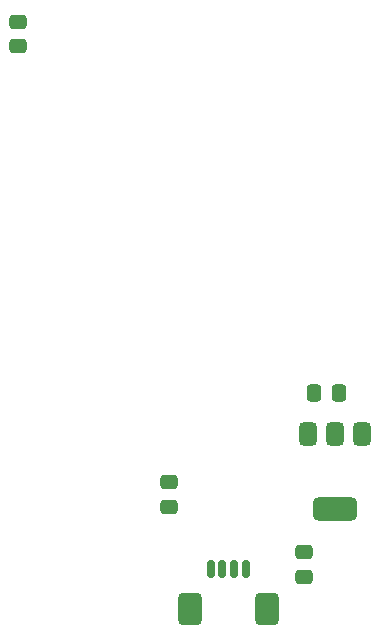
<source format=gbr>
%TF.GenerationSoftware,KiCad,Pcbnew,8.0.8*%
%TF.CreationDate,2025-01-31T12:33:27+11:00*%
%TF.ProjectId,v6_equip_joiner,76365f65-7175-4697-905f-6a6f696e6572,rev?*%
%TF.SameCoordinates,Original*%
%TF.FileFunction,Paste,Top*%
%TF.FilePolarity,Positive*%
%FSLAX46Y46*%
G04 Gerber Fmt 4.6, Leading zero omitted, Abs format (unit mm)*
G04 Created by KiCad (PCBNEW 8.0.8) date 2025-01-31 12:33:27*
%MOMM*%
%LPD*%
G01*
G04 APERTURE LIST*
G04 Aperture macros list*
%AMRoundRect*
0 Rectangle with rounded corners*
0 $1 Rounding radius*
0 $2 $3 $4 $5 $6 $7 $8 $9 X,Y pos of 4 corners*
0 Add a 4 corners polygon primitive as box body*
4,1,4,$2,$3,$4,$5,$6,$7,$8,$9,$2,$3,0*
0 Add four circle primitives for the rounded corners*
1,1,$1+$1,$2,$3*
1,1,$1+$1,$4,$5*
1,1,$1+$1,$6,$7*
1,1,$1+$1,$8,$9*
0 Add four rect primitives between the rounded corners*
20,1,$1+$1,$2,$3,$4,$5,0*
20,1,$1+$1,$4,$5,$6,$7,0*
20,1,$1+$1,$6,$7,$8,$9,0*
20,1,$1+$1,$8,$9,$2,$3,0*%
G04 Aperture macros list end*
%ADD10RoundRect,0.250000X0.475000X-0.337500X0.475000X0.337500X-0.475000X0.337500X-0.475000X-0.337500X0*%
%ADD11RoundRect,0.250000X-0.475000X0.337500X-0.475000X-0.337500X0.475000X-0.337500X0.475000X0.337500X0*%
%ADD12RoundRect,0.150000X-0.150000X-0.625000X0.150000X-0.625000X0.150000X0.625000X-0.150000X0.625000X0*%
%ADD13RoundRect,0.416666X-0.583334X-0.970834X0.583334X-0.970834X0.583334X0.970834X-0.583334X0.970834X0*%
%ADD14RoundRect,0.375000X-0.375000X0.625000X-0.375000X-0.625000X0.375000X-0.625000X0.375000X0.625000X0*%
%ADD15RoundRect,0.500000X-1.400000X0.500000X-1.400000X-0.500000X1.400000X-0.500000X1.400000X0.500000X0*%
%ADD16RoundRect,0.250000X-0.337500X-0.475000X0.337500X-0.475000X0.337500X0.475000X-0.337500X0.475000X0*%
G04 APERTURE END LIST*
D10*
%TO.C,C4*%
X144881600Y-51710500D03*
X144881600Y-49635500D03*
%TD*%
D11*
%TO.C,C3*%
X169138600Y-94517300D03*
X169138600Y-96592300D03*
%TD*%
D12*
%TO.C,CON2*%
X161212400Y-95942400D03*
X162212400Y-95942400D03*
X163212400Y-95942400D03*
X164212400Y-95942400D03*
D13*
X159512000Y-99364800D03*
X165963600Y-99364800D03*
%TD*%
D14*
%TO.C,U1*%
X174080200Y-84556200D03*
X171780200Y-84556200D03*
D15*
X171780200Y-90856200D03*
D14*
X169480200Y-84556200D03*
%TD*%
D16*
%TO.C,C2*%
X170006100Y-81051400D03*
X172081100Y-81051400D03*
%TD*%
D10*
%TO.C,C1*%
X157657800Y-90674100D03*
X157657800Y-88599100D03*
%TD*%
M02*

</source>
